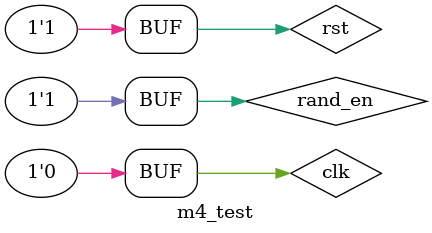
<source format=v>
`timescale 1ns / 1ps


module m4_test;

	// Inputs
	reg clk;
	reg rst;
	reg rand_en;

	// Outputs
	wire rand_out;

	// Instantiate the Unit Under Test (UUT)
	Fib_LFSR uut (
		.clk(clk), 
		.rst(rst), 
		.rand_en(rand_en), 
		.rand_out(rand_out)
	);

	initial begin
		// Initialize Inputs
		clk = 0;
		rst = 0;
		rand_en = 0;

		// Wait 100 ns for global reset to finish
      #100;
		rst = 1;
		rand_en = 1;
        
		// Add stimulus here

	end
	always begin
		clk = 1;#20;
		clk = 0;#20;
	end
      
endmodule


</source>
